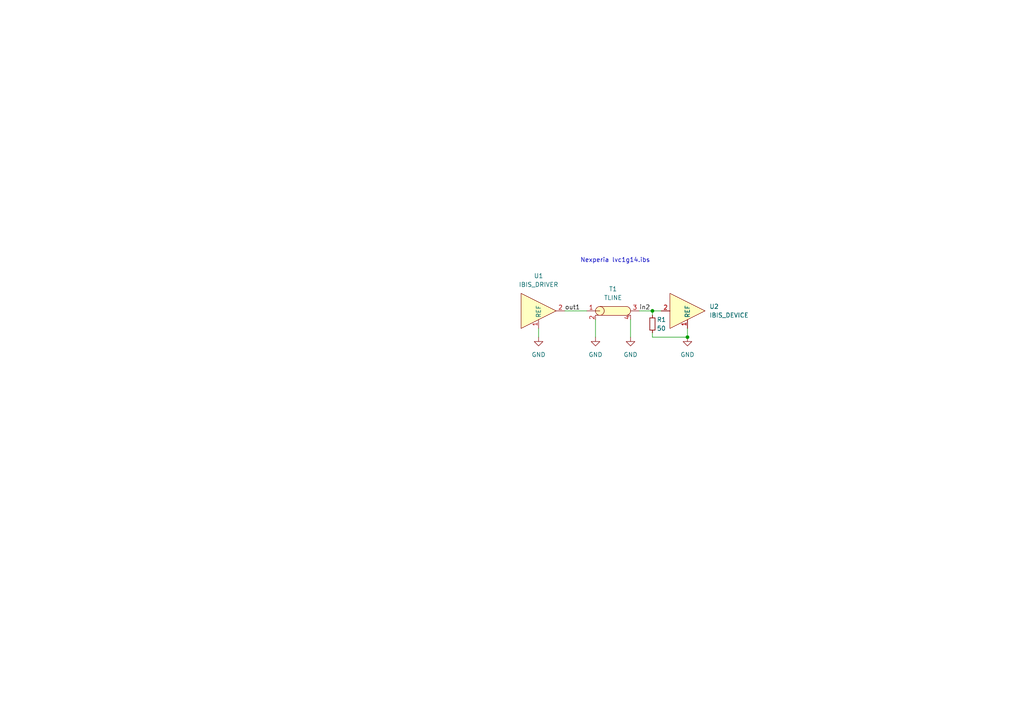
<source format=kicad_sch>
(kicad_sch (version 20231120) (generator "eeschema") (generator_version "7.99")
  (paper "A4")
  (lib_symbols
    (symbol "Device:R_Small" (pin_numbers hide) (pin_names (offset 0.254) hide)
      (property "Reference" "R" (at 0.762 0.508 0))
      (property "Value" "R_Small" (at 0.762 -1.016 0))
      (symbol "R_Small_0_1"
        (rectangle (start -0.762 1.778) (end 0.762 -1.778) (stroke (width 0.2032)))
      )
      (symbol "R_Small_1_1"
        (pin passive line (at 0 2.54 270) (length 0.762) (name "~") (number "1"))
        (pin passive line (at 0 -2.54 90) (length 0.762) (name "~") (number "2"))
      )
    )
    (symbol "Simulation_SPICE:IBIS_DEVICE"
      (property "Reference" "U?" (at 6.35 0.635 0))
      (property "Value" "IBIS_DEVICE" (at 6.35 -1.905 0))
      (symbol "IBIS_DEVICE_0_1"
        (polyline (pts (xy 5.08 0) (xy -5.08 5.08) (xy -5.08 -5.08) (xy 5.08 0)) (fill (type background)))
      )
      (symbol "IBIS_DEVICE_1_1"
        (pin power_in line (at 0 -5.08 90) (length 2.54) (name "REF") (number "1"))
        (pin input line (at -7.62 0 0) (length 2.54) (name "") (number "2"))
      )
    )
    (symbol "Simulation_SPICE:IBIS_DRIVER"
      (property "Reference" "U?" (at 0 8.89 0))
      (property "Value" "IBIS_DRIVER" (at 0 6.35 0))
      (symbol "IBIS_DRIVER_0_1"
        (polyline (pts (xy 5.08 0) (xy -5.08 5.08) (xy -5.08 -5.08) (xy 5.08 0)) (fill (type background)))
      )
      (symbol "IBIS_DRIVER_1_1"
        (pin power_in line (at 0 -5.08 90) (length 2.54) (name "REF") (number "1"))
        (pin bidirectional line (at 7.62 0 180) (length 2.54) (name "") (number "2"))
      )
    )
    (symbol "Simulation_SPICE:TLINE" (in_bom no) (on_board no)
      (property "Reference" "T" (at 0 5.08 0))
      (property "Value" "TLINE" (at 0 2.54 0))
      (symbol "TLINE_0_1"
        (circle (center -3.81 0) (radius 1.27))
        (circle (center -3.81 0) (radius 1.27) (stroke (width -0.0001)) (fill (type background)))
        (rectangle (start -3.81 1.27) (end 3.81 -1.27) (stroke (width -0.0001)) (fill (type background)))
        (polyline (pts (xy -5.08 -1.27) (xy 3.81 -1.27)))
        (polyline (pts (xy -3.81 0) (xy -5.08 0)))
        (polyline (pts (xy -3.81 1.27) (xy 3.81 1.27)))
        (polyline (pts (xy 5.08 -1.27) (xy 3.81 -1.27)))
        (circle (center 3.81 0) (radius 1.27) (stroke (width -0.0001)) (fill (type background)))
        (arc (start 3.8776 -1.27) (mid 5.0818 0) (end 3.8776 1.27))
      )
      (symbol "TLINE_1_1"
        (pin passive line (at -7.62 0 0) (length 2.54) (name "") (number "1"))
        (pin passive line (at -5.08 -2.54 90) (length 1.27) (name "") (number "2"))
        (pin passive line (at 7.62 0 180) (length 2.54) (name "") (number "3"))
        (pin passive line (at 5.08 -2.54 90) (length 1.27) (name "") (number "4"))
      )
    )
    (symbol "power:GND" (power) (pin_names (offset 0))
      (property "Value" "GND" (at 0 -3.81 0))
      (symbol "GND_0_1"
        (polyline (pts (xy 0 0) (xy 0 -1.27) (xy 1.27 -1.27) (xy 0 -2.54) (xy -1.27 -1.27) (xy 0 -1.27)))
      )
      (symbol "GND_1_1"
        (pin power_in line (at 0 0 270) (length 0) hide (name "GND") (number "1"))
      )
    )
  )
  (junction (at 199.39 97.79))
  (junction (at 189.23 90.17))
  (wire (pts (xy 163.83 90.17) (xy 170.18 90.17)))
  (wire (pts (xy 199.39 95.25) (xy 199.39 97.79)))
  (wire (pts (xy 189.23 90.17) (xy 189.23 91.44)))
  (wire (pts (xy 156.21 95.25) (xy 156.21 97.79)))
  (wire (pts (xy 189.23 96.52) (xy 189.23 97.79)))
  (wire (pts (xy 189.23 97.79) (xy 199.39 97.79)))
  (wire (pts (xy 189.23 90.17) (xy 191.77 90.17)))
  (wire (pts (xy 172.72 92.71) (xy 172.72 97.79)))
  (wire (pts (xy 182.88 92.71) (xy 182.88 97.79)))
  (wire (pts (xy 185.42 90.17) (xy 189.23 90.17)))
  (text "Nexperia lvc1g14.ibs" (at 178.435 75.565 0) (effects (font (size 1.27 1.27))))
  (label "in2" (at 185.42 90.17 0))
  (label "out1" (at 163.83 90.17 0))
  (symbol (lib_id "Simulation_SPICE:IBIS_DEVICE") (at 199.39 90.17 0) (unit 1)
    (property "Reference" "U2" (at 205.74 88.8999 0) (effects (justify left)))
    (property "Value" "IBIS_DEVICE" (at 205.74 91.4399 0) (effects (justify left)))
    (property "Datasheet" "https://ibis.org" (effects (hide yes)))
    (property "Description" "Device model for IBIS files. Pin 3 can be used to monitor the die potential" (effects (hide yes)))
    (property "Sim.Device" "IBIS" (effects (hide yes)))
    (property "Sim.Type" "DEVICE" (effects (hide yes)))
    (property "Sim.Pins" "1=GND 2=IN/OUT" (effects (hide yes)))
    (property "Sim.Library" "lvc1g14.ibs" (effects (hide yes)))
    (property "Sim.Name" "74LVC1G14_GM" (effects (hide yes)))
    (property "Sim.Ibis.Pin" "2" (effects (hide yes)))
    (property "Sim.Ibis.Model" "LVC_XG14IN_33" (effects (hide yes)))
  )
  (symbol (lib_id "power:GND") (at 156.21 97.79 0) (unit 1)
    (property "Reference" "#PWR02" (effects (hide yes)))
    (property "Value" "GND" (at 156.21 102.87 0))
    (property "Description" "Power symbol creates a global label with name \"GND\" , ground" (effects (hide yes)))
  )
  (symbol (lib_id "power:GND") (at 172.72 97.79 0) (unit 1)
    (property "Reference" "#PWR01" (effects (hide yes)))
    (property "Value" "GND" (at 172.72 102.87 0))
    (property "Description" "Power symbol creates a global label with name \"GND\" , ground" (effects (hide yes)))
  )
  (symbol (lib_id "Simulation_SPICE:TLINE") (at 177.8 90.17 0) (unit 1) (in_bom no) (on_board no)
    (property "Reference" "T1" (at 177.8009 83.82 0))
    (property "Value" "TLINE" (at 177.8009 86.36 0))
    (property "Datasheet" "http://ngspice.sourceforge.net/docs/ngspice-36-manual.pdf#7f" (effects (hide yes)))
    (property "Description" "Lossless transmission line, for simulation only" (effects (hide yes)))
    (property "Sim.Device" "TLINE" (effects (hide yes)))
    (property "Sim.Pins" "1=1+ 2=1- 3=2+ 4=2-" (effects (hide yes)))
    (property "Sim.Params" "z0=50 td=1n" (effects (hide yes)))
  )
  (symbol (lib_id "Device:R_Small") (at 189.23 93.98 0) (unit 1)
    (property "Reference" "R1" (at 190.5 92.71 0) (effects (justify left)))
    (property "Value" "50" (at 190.5 95.25 0) (effects (justify left)))
    (property "Description" "Resistor, small symbol" (effects (hide yes)))
  )
  (symbol (lib_id "Simulation_SPICE:IBIS_DRIVER") (at 156.21 90.17 0) (unit 1)
    (property "Reference" "U1" (at 156.21 80.01 0))
    (property "Value" "IBIS_DRIVER" (at 156.21 82.55 0))
    (property "Datasheet" "https://ibis.org" (effects (hide yes)))
    (property "Description" "Driver model for IBIS files." (effects (hide yes)))
    (property "Sim.Device" "IBIS" (effects (hide yes)))
    (property "Sim.Type" "RECTDRIVER" (effects (hide yes)))
    (property "Sim.Pins" "1=GND 2=IN/OUT" (effects (hide yes)))
    (property "Sim.Library" "lvc1g14.ibs" (effects (hide yes)))
    (property "Sim.Name" "74LVC1G14_GM" (effects (hide yes)))
    (property "Sim.Ibis.Pin" "4" (effects (hide yes)))
    (property "Sim.Ibis.Model" "LVC_XGOUTI_33" (effects (hide yes)))
    (property "Sim.Params" "ton=3e-9 toff=3e-9 td=1e-9 n=3" (effects (hide yes)))
  )
  (symbol (lib_id "power:GND") (at 199.39 97.79 0) (unit 1)
    (property "Reference" "#PWR03" (effects (hide yes)))
    (property "Value" "GND" (at 199.39 102.87 0))
    (property "Description" "Power symbol creates a global label with name \"GND\" , ground" (effects (hide yes)))
  )
  (symbol (lib_id "power:GND") (at 182.88 97.79 0) (unit 1)
    (property "Reference" "#PWR04" (effects (hide yes)))
    (property "Value" "GND" (at 182.88 102.87 0))
    (property "Description" "Power symbol creates a global label with name \"GND\" , ground" (effects (hide yes)))
  )
)
</source>
